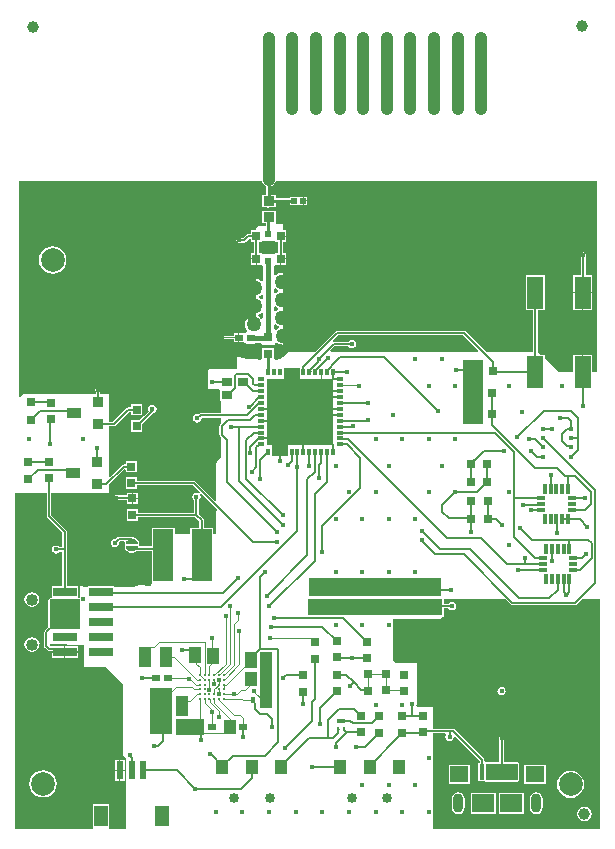
<source format=gbr>
%TF.GenerationSoftware,Altium Limited,Altium Designer,20.2.4 (192)*%
G04 Layer_Physical_Order=1*
G04 Layer_Color=255*
%FSLAX26Y26*%
%MOIN*%
%TF.SameCoordinates,E8949934-62E6-4346-A9B8-0D5D28CF3135*%
%TF.FilePolarity,Positive*%
%TF.FileFunction,Copper,L1,Top,Signal*%
%TF.Part,Single*%
G01*
G75*
%TA.AperFunction,Conductor*%
%ADD10C,0.006000*%
%TA.AperFunction,SMDPad,CuDef*%
%ADD11C,0.039370*%
%ADD12R,0.030000X0.030000*%
%ADD13R,0.025000X0.020000*%
%TA.AperFunction,BGAPad,CuDef*%
%ADD14C,0.008268*%
%TA.AperFunction,SMDPad,CuDef*%
%ADD15R,0.017126X0.020000*%
%TA.AperFunction,BGAPad,CuDef*%
%ADD16R,0.015748X0.015748*%
%TA.AperFunction,SMDPad,CuDef*%
%ADD17R,0.030000X0.030000*%
%ADD18R,0.023622X0.061024*%
%ADD19R,0.047244X0.070866*%
%ADD20R,0.039370X0.047244*%
%TA.AperFunction,ConnectorPad*%
%ADD21R,0.079921X0.029921*%
%TA.AperFunction,SMDPad,CuDef*%
%ADD22R,0.039370X0.070866*%
%ADD23R,0.068898X0.177165*%
%ADD24C,0.007874*%
%ADD25R,0.031496X0.031496*%
%ADD26R,0.035433X0.031496*%
%ADD27R,0.055118X0.108268*%
%ADD28R,0.054724X0.108268*%
%ADD29R,0.011811X0.036417*%
%ADD30R,0.031496X0.011811*%
%ADD31R,0.027559X0.015748*%
%ADD32R,0.009842X0.015748*%
%ADD33R,0.220472X0.220472*%
%ADD34R,0.011811X0.021654*%
%ADD35R,0.021654X0.011811*%
%ADD36R,0.050000X0.036000*%
%ADD37R,0.036000X0.036000*%
%ADD38R,0.019291X0.020472*%
%TA.AperFunction,ConnectorPad*%
%ADD39R,0.015748X0.053150*%
%ADD40R,0.074803X0.061024*%
%ADD41R,0.062992X0.055118*%
%TA.AperFunction,SMDPad,CuDef*%
%ADD42R,0.029528X0.031496*%
%ADD43R,0.019685X0.022835*%
%ADD44R,0.037402X0.033465*%
%TA.AperFunction,Conductor*%
%ADD45C,0.003543*%
%ADD46C,0.007874*%
%ADD47C,0.004000*%
%ADD48C,0.039370*%
%ADD49C,0.010000*%
%ADD50C,0.017529*%
%ADD51C,0.005000*%
%TA.AperFunction,NonConductor*%
%ADD52C,0.003543*%
%ADD53C,0.005000*%
%TA.AperFunction,Conductor*%
%ADD54R,0.043000X0.050000*%
%ADD55R,0.055118X0.049213*%
%ADD56R,0.052165X0.045276*%
%ADD57R,0.101378X0.098425*%
%ADD58R,0.447835X0.056102*%
%ADD59R,0.443898X0.062008*%
%ADD60R,0.070866X0.213583*%
%ADD61R,0.105315X0.058071*%
%ADD62R,0.074000X0.156000*%
%ADD63R,0.039000X0.186000*%
%ADD64R,0.044000X0.055000*%
%ADD65R,0.096000X0.056000*%
%ADD66R,0.043000X0.058000*%
%ADD67R,0.041000X0.057000*%
%TA.AperFunction,ComponentPad*%
%ADD68C,0.033465*%
%ADD69C,0.040157*%
%TA.AperFunction,ViaPad*%
%ADD70C,0.078740*%
%TA.AperFunction,ComponentPad*%
%ADD71O,0.035433X0.062992*%
%TA.AperFunction,ViaPad*%
%ADD72C,0.017716*%
%ADD73C,0.015748*%
%ADD74C,0.014961*%
%ADD75C,0.050000*%
G36*
X1947834Y2168307D02*
X1949803Y2167492D01*
Y1531496D01*
X1933134D01*
Y1587661D01*
X1903575D01*
Y1529528D01*
X1899575D01*
Y1587661D01*
X1870016D01*
Y1531496D01*
X1819882D01*
X1775457Y1575921D01*
Y1587661D01*
X1763717D01*
X1752953Y1598425D01*
X1751721D01*
Y1737142D01*
X1775653D01*
Y1853409D01*
X1712535D01*
Y1737142D01*
X1736468D01*
Y1598425D01*
X1579361D01*
X1511393Y1666393D01*
X1508919Y1668046D01*
X1506000Y1668627D01*
X1505999Y1668627D01*
X1083654D01*
X1083653Y1668627D01*
X1080735Y1668046D01*
X1078261Y1666393D01*
X1078260Y1666393D01*
X1010293Y1598425D01*
X918848D01*
X918297Y1597393D01*
X910774Y1588226D01*
X901607Y1580703D01*
X891149Y1575113D01*
X879801Y1571671D01*
X876739Y1571369D01*
X872000Y1575927D01*
Y1610000D01*
X834000D01*
Y1575927D01*
X829261Y1571369D01*
X826199Y1571671D01*
X814851Y1575113D01*
X814662Y1575214D01*
X807500Y1574509D01*
X782500D01*
X770699Y1575671D01*
X759351Y1579113D01*
X749016Y1584638D01*
Y1540354D01*
X657728D01*
X657481Y1540354D01*
X656496Y1541339D01*
X653543Y1538386D01*
X653543Y1537220D01*
Y1474722D01*
X689501Y1474970D01*
X693724Y1469999D01*
Y1433599D01*
X696850D01*
Y1394172D01*
X627545D01*
X624626Y1393591D01*
X622152Y1391938D01*
X622152Y1391938D01*
X619789Y1389575D01*
X617000Y1390130D01*
X611593Y1389054D01*
X607009Y1385991D01*
X603946Y1381407D01*
X602870Y1376000D01*
X603946Y1370593D01*
X607009Y1366009D01*
X611593Y1362946D01*
X617000Y1361870D01*
X622407Y1362946D01*
X626991Y1366009D01*
X630054Y1370593D01*
X631130Y1376000D01*
X635647Y1378918D01*
X696850D01*
Y1359636D01*
X692607Y1355393D01*
X690954Y1352919D01*
X690373Y1350000D01*
X690373Y1349999D01*
Y1322001D01*
X690373Y1322000D01*
X690954Y1319081D01*
X692607Y1316607D01*
X696850Y1312364D01*
Y1246280D01*
X680994Y1230424D01*
X679726Y1227362D01*
Y1103593D01*
X675106Y1101680D01*
X611393Y1165393D01*
X608919Y1167046D01*
X606000Y1167627D01*
X606000Y1167627D01*
X416000D01*
Y1179000D01*
X378000D01*
Y1141000D01*
X416000D01*
Y1152373D01*
X602841D01*
X624649Y1130565D01*
X621461Y1126682D01*
X619407Y1128054D01*
X614000Y1129130D01*
X608593Y1128054D01*
X604009Y1124991D01*
X600946Y1120407D01*
X599870Y1115000D01*
X600946Y1109593D01*
X604009Y1105009D01*
X606373Y1103429D01*
Y1061627D01*
X419000D01*
Y1073000D01*
X381000D01*
Y1035000D01*
X419000D01*
Y1046373D01*
X610841D01*
X623350Y1033864D01*
Y1011583D01*
X592528D01*
Y992126D01*
X541472D01*
Y1011583D01*
X464575D01*
Y992126D01*
Y949327D01*
X423579D01*
X420971Y953566D01*
X422087Y956770D01*
X422786Y958770D01*
X422710Y960128D01*
X422836Y961481D01*
X421600Y965469D01*
X421229Y965915D01*
X421133Y966487D01*
X418868Y970100D01*
X418483Y970374D01*
X418308Y970814D01*
X416667Y972507D01*
X416334Y973004D01*
X415908Y973289D01*
X415108Y974114D01*
X414590Y974338D01*
X414258Y974794D01*
X408858Y978094D01*
X408673Y978123D01*
X408381Y978318D01*
X408190Y978357D01*
X408056Y978477D01*
X405256Y979477D01*
X404548Y979442D01*
X404446Y979487D01*
X404393Y979567D01*
X401919Y981220D01*
X399000Y981801D01*
X355174D01*
X352255Y981220D01*
X349781Y979567D01*
X344789Y974575D01*
X342000Y975130D01*
X336593Y974054D01*
X332009Y970991D01*
X328946Y966407D01*
X327870Y961000D01*
X328946Y955593D01*
X332009Y951009D01*
X336593Y947946D01*
X342000Y946870D01*
X347407Y947946D01*
X351991Y951009D01*
X355054Y955593D01*
X356130Y961000D01*
X355813Y962591D01*
X359288Y966547D01*
X371418D01*
X375050Y961547D01*
X374982Y961338D01*
X375034Y960674D01*
X374771Y960063D01*
X375160Y959085D01*
X375242Y958034D01*
X375388Y957910D01*
X377156Y954800D01*
X375913Y951230D01*
X375214Y949230D01*
X375290Y947872D01*
X375164Y946519D01*
X376400Y942531D01*
X376771Y942085D01*
X376867Y941513D01*
X379132Y937900D01*
X379517Y937626D01*
X379692Y937186D01*
X381334Y935493D01*
X381666Y934996D01*
X382092Y934711D01*
X382892Y933886D01*
X383410Y933662D01*
X383742Y933206D01*
X389142Y929906D01*
X389327Y929877D01*
X389619Y929682D01*
X389810Y929643D01*
X389944Y929523D01*
X392744Y928523D01*
X393452Y928558D01*
X394101Y928271D01*
X397048Y928204D01*
X399000Y927816D01*
X400547Y928123D01*
X402800Y928072D01*
X403446Y928322D01*
X404134Y928250D01*
X407834Y929350D01*
X408197Y929645D01*
X408381Y929682D01*
X408438Y929720D01*
X408799Y929771D01*
X412699Y932071D01*
X412980Y932444D01*
X413419Y932603D01*
X415030Y934073D01*
X464575D01*
Y826417D01*
X461614Y824803D01*
Y821656D01*
X457894Y818316D01*
X425197Y821850D01*
X401575Y812992D01*
X339039D01*
Y815961D01*
X251118D01*
Y812992D01*
X239173D01*
X230315Y821850D01*
X226378Y817913D01*
Y779263D01*
X223961Y778092D01*
X218961Y781074D01*
Y815961D01*
X182627D01*
Y939000D01*
Y997000D01*
X182627Y997000D01*
X182046Y999919D01*
X180393Y1002393D01*
X130627Y1052159D01*
Y1126968D01*
X319701D01*
X322835Y1123031D01*
Y1156049D01*
X373000Y1206214D01*
X378000Y1204575D01*
Y1196000D01*
X416000D01*
Y1234000D01*
X378000D01*
Y1222627D01*
X371000D01*
X371000Y1222627D01*
X368081Y1222046D01*
X365607Y1220393D01*
X327454Y1182240D01*
X322835Y1184153D01*
Y1349373D01*
X338000D01*
X338000Y1349373D01*
X340919Y1349954D01*
X343393Y1351607D01*
X389159Y1397373D01*
X396000D01*
Y1386000D01*
X429080D01*
X433143Y1386000D01*
X436072Y1381858D01*
X423214Y1369000D01*
X396000D01*
Y1331000D01*
X434000D01*
Y1358214D01*
X469067Y1393282D01*
X472407Y1393946D01*
X476991Y1397009D01*
X480054Y1401593D01*
X481130Y1407000D01*
X480054Y1412407D01*
X476991Y1416991D01*
X472407Y1420054D01*
X467000Y1421130D01*
X461593Y1420054D01*
X457009Y1416991D01*
X453946Y1412407D01*
X452870Y1407000D01*
X453946Y1401593D01*
X454691Y1400477D01*
X438142Y1383928D01*
X434000Y1386857D01*
X434000Y1390645D01*
Y1424000D01*
X396000D01*
Y1412627D01*
X386000D01*
X386000Y1412627D01*
X383082Y1412046D01*
X380607Y1410393D01*
X380607Y1410393D01*
X334841Y1364627D01*
X322835D01*
Y1458661D01*
X293627D01*
Y1468921D01*
X293046Y1471840D01*
X291393Y1474314D01*
X291393Y1474314D01*
X289842Y1475865D01*
X287367Y1477519D01*
X284449Y1478099D01*
X281530Y1477519D01*
X279056Y1475865D01*
X277403Y1473391D01*
X276822Y1470472D01*
X277403Y1467554D01*
X278373Y1466101D01*
Y1458661D01*
X36417D01*
X26273Y1448517D01*
X21654Y1450430D01*
Y2168307D01*
X832051D01*
X833119Y2162937D01*
X838253Y2155253D01*
X845937Y2150119D01*
X846289Y2150049D01*
Y2121307D01*
X832299D01*
Y2079843D01*
X850851D01*
X853196Y2077482D01*
X855539Y2079843D01*
X877701D01*
Y2092289D01*
X924410D01*
Y2086764D01*
X951299D01*
X951701Y2086764D01*
X956299D01*
X956701Y2086764D01*
X967945D01*
Y2101000D01*
Y2115236D01*
X956701D01*
X956299Y2115236D01*
X951701D01*
X951299Y2115236D01*
X924410D01*
Y2109711D01*
X877701D01*
Y2121307D01*
X863711D01*
Y2150049D01*
X864063Y2150119D01*
X871747Y2155253D01*
X876881Y2162937D01*
X877949Y2168307D01*
X1947834D01*
D02*
G37*
G36*
X1553169Y1603045D02*
X1551256Y1598425D01*
X1062744D01*
X1060831Y1603045D01*
X1074159Y1616373D01*
X1120429D01*
X1122009Y1614009D01*
X1126593Y1610946D01*
X1132000Y1609870D01*
X1137407Y1610946D01*
X1141991Y1614009D01*
X1145054Y1618593D01*
X1146130Y1624000D01*
X1145054Y1629407D01*
X1141991Y1633991D01*
X1137407Y1637054D01*
X1132000Y1638130D01*
X1126593Y1637054D01*
X1122009Y1633991D01*
X1120429Y1631627D01*
X1072137D01*
X1070417Y1634360D01*
X1069957Y1636517D01*
X1086813Y1653373D01*
X1502841D01*
X1553169Y1603045D01*
D02*
G37*
G36*
X681825Y1073389D02*
X681804Y1070220D01*
X680994Y1067688D01*
X680664Y1066892D01*
X680055Y1066283D01*
Y1065422D01*
X679726Y1064626D01*
Y992126D01*
X669425D01*
Y1011583D01*
X638603D01*
Y1037023D01*
X638603Y1037024D01*
X638023Y1039942D01*
X636369Y1042417D01*
X636369Y1042417D01*
X621627Y1057159D01*
Y1103429D01*
X623991Y1105009D01*
X627054Y1109593D01*
X628130Y1115000D01*
X627054Y1120407D01*
X625682Y1122461D01*
X629565Y1125649D01*
X681825Y1073389D01*
D02*
G37*
G36*
X403800Y975400D02*
X406600Y974400D01*
X412000Y971100D01*
X415200Y967800D01*
X417465Y964187D01*
X418700Y960200D01*
X418000Y958200D01*
X415929Y957022D01*
X381992D01*
X379100Y960000D01*
X380614Y964660D01*
X382300Y967200D01*
X385200Y970100D01*
X387500Y972200D01*
X391400Y974500D01*
X395100Y975600D01*
X403800Y975400D01*
D02*
G37*
G36*
X115373Y1049001D02*
X115373Y1049000D01*
X115954Y1046081D01*
X117607Y1043607D01*
X167373Y993841D01*
Y946627D01*
X158571D01*
X156991Y948991D01*
X152407Y952054D01*
X147000Y953130D01*
X141593Y952054D01*
X137009Y948991D01*
X133946Y944407D01*
X132870Y939000D01*
X133946Y933593D01*
X137009Y929009D01*
X141593Y925946D01*
X147000Y924870D01*
X152407Y925946D01*
X156991Y929009D01*
X158571Y931373D01*
X167373D01*
Y815961D01*
X131039D01*
Y778039D01*
X126891Y775983D01*
X125000D01*
X121939Y774715D01*
X120670Y771654D01*
Y679685D01*
X114214Y673228D01*
X114173D01*
Y673188D01*
X108780Y667795D01*
X107127Y665320D01*
X106546Y662402D01*
X106546Y662401D01*
Y627000D01*
X95448D01*
X91419D01*
X88279Y628193D01*
X87642Y631395D01*
X82320Y639360D01*
X74356Y644682D01*
X64961Y646550D01*
X55566Y644682D01*
X47601Y639360D01*
X42279Y631395D01*
X40410Y622000D01*
X42279Y612605D01*
X47601Y604640D01*
X55566Y599318D01*
X64961Y597450D01*
X74356Y599318D01*
X82320Y604640D01*
X87642Y612605D01*
X89511Y622000D01*
X89363Y622744D01*
X92608Y626548D01*
X106546Y626020D01*
X106546Y617000D01*
X106546Y617000D01*
X107127Y614081D01*
X108780Y611607D01*
X117757Y602631D01*
X120231Y600977D01*
X123150Y600397D01*
X123150Y600397D01*
X131039D01*
Y599000D01*
X173000D01*
Y615961D01*
X131040D01*
Y615961D01*
X128388Y615939D01*
X124179Y620149D01*
X124185Y620780D01*
X128785Y625176D01*
X237205Y621063D01*
X238189Y620079D01*
Y547244D01*
X312008D01*
X368110Y491142D01*
Y252953D01*
X379921Y241142D01*
Y8028D01*
X327025D01*
X323260Y11008D01*
X323260Y13028D01*
Y89874D01*
X268016D01*
Y13028D01*
X268016Y11008D01*
X264250Y8028D01*
X8028D01*
Y673228D01*
Y1126968D01*
X115373D01*
Y1049001D01*
D02*
G37*
G36*
X418900Y948000D02*
X417386Y943340D01*
X415700Y940800D01*
X412800Y937900D01*
X410500Y935800D01*
X406600Y933500D01*
X402900Y932400D01*
X394200Y932600D01*
X391400Y933600D01*
X386000Y936900D01*
X382800Y940200D01*
X380535Y943813D01*
X379300Y947800D01*
X380000Y949800D01*
X382071Y950978D01*
X416008D01*
X418900Y948000D01*
D02*
G37*
G36*
X1960476Y8028D02*
X1403543D01*
Y326153D01*
X1443054D01*
X1445726Y321153D01*
X1444623Y319502D01*
X1443547Y314094D01*
X1444623Y308687D01*
X1447686Y304103D01*
X1452270Y301040D01*
X1457677Y299965D01*
X1463084Y301040D01*
X1467668Y304103D01*
X1470731Y308687D01*
X1471807Y314094D01*
X1471806Y314101D01*
X1476414Y316564D01*
X1557948Y235030D01*
Y228890D01*
X1553700D01*
Y167740D01*
X1575053D01*
X1575679Y166230D01*
X1578740Y164962D01*
X1684055D01*
X1687117Y166230D01*
X1688385Y169291D01*
Y227362D01*
X1687117Y230424D01*
X1684055Y231692D01*
X1638532D01*
Y311024D01*
X1637952Y313942D01*
X1636299Y316417D01*
X1633824Y318070D01*
X1630906Y318650D01*
X1627987Y318070D01*
X1625513Y316417D01*
X1623859Y313942D01*
X1623279Y311024D01*
Y231692D01*
X1578740D01*
X1578201Y231469D01*
X1573201Y234479D01*
Y238189D01*
X1572621Y241108D01*
X1570967Y243582D01*
X1570967Y243582D01*
X1475377Y339173D01*
X1472902Y340826D01*
X1469984Y341406D01*
X1469983Y341406D01*
X1403543D01*
Y415354D01*
X1352362D01*
X1346457Y421260D01*
X1348425Y423228D01*
Y560039D01*
X1279527D01*
X1270669Y568898D01*
Y707677D01*
X1426181D01*
X1432678Y714174D01*
X1434055D01*
X1437117Y715442D01*
X1438385Y718504D01*
Y742373D01*
X1453980D01*
X1455560Y740009D01*
X1460144Y736946D01*
X1465551Y735870D01*
X1470958Y736946D01*
X1475542Y740009D01*
X1478605Y744593D01*
X1479681Y750000D01*
X1478605Y755407D01*
X1475542Y759991D01*
X1470958Y763054D01*
X1465551Y764130D01*
X1460144Y763054D01*
X1455560Y759991D01*
X1453980Y757627D01*
X1438385D01*
Y774606D01*
X1643608D01*
X1661607Y756607D01*
X1664081Y754954D01*
X1667000Y754373D01*
X1667001Y754373D01*
X1876999D01*
X1877000Y754373D01*
X1879919Y754954D01*
X1882393Y756607D01*
X1900392Y774606D01*
X1960476D01*
Y8028D01*
D02*
G37*
%LPC*%
G36*
X971945Y2115236D02*
Y2103000D01*
X983591D01*
Y2115236D01*
X971945D01*
D02*
G37*
G36*
X983591Y2099000D02*
X971945D01*
Y2086764D01*
X983591D01*
Y2099000D01*
D02*
G37*
G36*
X877701Y2068157D02*
X832299D01*
Y2026693D01*
X845289D01*
Y2018882D01*
X820063D01*
X811024Y2009842D01*
Y2002819D01*
X794882D01*
Y1990698D01*
X786363D01*
X786362Y1990698D01*
X783444Y1990117D01*
X780969Y1988464D01*
X769999Y1977493D01*
X754608D01*
X751690Y1976913D01*
X749215Y1975260D01*
X747562Y1972785D01*
X746982Y1969867D01*
X747562Y1966948D01*
X749215Y1964474D01*
X751690Y1962820D01*
X754608Y1962240D01*
X773158D01*
X773158Y1962240D01*
X776077Y1962820D01*
X778551Y1964474D01*
X789521Y1975444D01*
X794882D01*
Y1963323D01*
X806019D01*
Y1952148D01*
Y1928016D01*
X794882D01*
Y1910268D01*
X813646D01*
Y1908268D01*
X815646D01*
Y1888520D01*
X832409D01*
X835029Y1884605D01*
X835072Y1884541D01*
Y1834047D01*
X830072Y1832421D01*
X824891Y1836396D01*
X817593Y1839419D01*
X811024Y1840284D01*
Y1708661D01*
X782386D01*
X779907Y1705431D01*
X776884Y1698134D01*
X775853Y1690302D01*
X776884Y1682470D01*
X779907Y1675173D01*
X783882Y1669992D01*
X782879Y1666361D01*
X781788Y1664850D01*
X778676Y1664231D01*
X775435Y1662065D01*
X775308Y1661877D01*
X771500Y1659000D01*
X757000D01*
Y1645000D01*
Y1631000D01*
X771500D01*
X775308Y1628123D01*
X775435Y1627935D01*
X778676Y1625769D01*
X782500Y1625008D01*
X807500D01*
X811324Y1625769D01*
X812526Y1626572D01*
X829173D01*
X830935Y1623935D01*
X834176Y1621769D01*
X838000Y1621008D01*
X868000D01*
X871824Y1621769D01*
X875065Y1623935D01*
X877231Y1627176D01*
X877397Y1628009D01*
X879329Y1629011D01*
X882820Y1629645D01*
X888173Y1625538D01*
X895470Y1622515D01*
X903302Y1621484D01*
X903543Y1621516D01*
Y1861089D01*
X898238Y1861788D01*
X890407Y1860757D01*
X883109Y1857734D01*
X877928Y1853759D01*
X872928Y1855385D01*
Y1884541D01*
X872971Y1884605D01*
X875591Y1888520D01*
X892354D01*
Y1908268D01*
X894354D01*
Y1910268D01*
X913118D01*
Y1928016D01*
X901981D01*
Y1952148D01*
X903543Y1952887D01*
Y1963323D01*
X913118D01*
Y1981071D01*
X894354D01*
Y1985071D01*
X913118D01*
Y2002819D01*
X903543D01*
Y2023622D01*
X881429D01*
X877701Y2026693D01*
Y2068157D01*
D02*
G37*
G36*
X913118Y1906268D02*
X896354D01*
Y1888520D01*
X913118D01*
Y1906268D01*
D02*
G37*
G36*
X811646D02*
X794882D01*
Y1888520D01*
X811646D01*
Y1906268D01*
D02*
G37*
G36*
X135000Y1949730D02*
X123164Y1948172D01*
X112135Y1943603D01*
X102664Y1936336D01*
X95397Y1926865D01*
X90828Y1915836D01*
X89270Y1904000D01*
X90828Y1892164D01*
X95397Y1881135D01*
X102664Y1871664D01*
X112135Y1864397D01*
X123164Y1859828D01*
X135000Y1858270D01*
X146836Y1859828D01*
X157865Y1864397D01*
X167336Y1871664D01*
X174603Y1881135D01*
X179172Y1892164D01*
X180730Y1904000D01*
X179172Y1915836D01*
X174603Y1926865D01*
X167336Y1936336D01*
X157865Y1943603D01*
X146836Y1948172D01*
X135000Y1949730D01*
D02*
G37*
G36*
X1904000Y1929627D02*
X1901081Y1929046D01*
X1898607Y1927393D01*
X1896954Y1924919D01*
X1896373Y1922000D01*
Y1853409D01*
X1870016D01*
Y1797276D01*
X1901575D01*
X1933134D01*
Y1853409D01*
X1911627D01*
Y1922000D01*
X1911046Y1924919D01*
X1909393Y1927393D01*
X1906919Y1929046D01*
X1904000Y1929627D01*
D02*
G37*
G36*
X1933134Y1793276D02*
X1903575D01*
Y1737142D01*
X1933134D01*
Y1793276D01*
D02*
G37*
G36*
X1899575D02*
X1870016D01*
Y1737142D01*
X1899575D01*
Y1793276D01*
D02*
G37*
G36*
X752257Y1708662D02*
X748893Y1705297D01*
X748893Y1705297D01*
X748893Y1705297D01*
X755188Y1708661D01*
X752571D01*
X752257Y1708662D01*
D02*
G37*
G36*
X753000Y1659000D02*
X738500D01*
Y1652000D01*
X699000D01*
X694757Y1650243D01*
X693000Y1646000D01*
X694757Y1641757D01*
X699000Y1640000D01*
X738500D01*
Y1631000D01*
X753000D01*
Y1645000D01*
Y1659000D01*
D02*
G37*
G36*
X419000Y1128000D02*
X402000D01*
Y1111000D01*
X419000D01*
Y1128000D01*
D02*
G37*
G36*
Y1107000D02*
X402000D01*
Y1090000D01*
X419000D01*
Y1107000D01*
D02*
G37*
G36*
X398000Y1128000D02*
X381000D01*
Y1119627D01*
X345000D01*
X342081Y1119046D01*
X339607Y1117393D01*
X337954Y1114919D01*
X337373Y1112000D01*
X337954Y1109081D01*
X339607Y1106607D01*
X342081Y1104954D01*
X345000Y1104373D01*
X381000D01*
Y1090000D01*
X398000D01*
Y1109000D01*
Y1128000D01*
D02*
G37*
%LPD*%
G36*
X875591Y1963323D02*
X886727D01*
Y1928016D01*
X875591D01*
Y1924016D01*
X832409D01*
Y1928016D01*
X821273D01*
Y1963323D01*
X832409D01*
Y1967323D01*
X875591D01*
Y1963323D01*
D02*
G37*
G36*
X883109Y1805324D02*
X885738Y1804235D01*
Y1798823D01*
X883109Y1797734D01*
X877928Y1793759D01*
X872928Y1795385D01*
Y1807672D01*
X877928Y1809299D01*
X883109Y1805324D01*
D02*
G37*
G36*
X835072Y1786334D02*
Y1774047D01*
X830072Y1772421D01*
X824891Y1776396D01*
X822262Y1777485D01*
Y1782897D01*
X824891Y1783986D01*
X830072Y1787961D01*
X835072Y1786334D01*
D02*
G37*
G36*
X883109Y1745324D02*
X885738Y1744235D01*
Y1738823D01*
X883109Y1737734D01*
X877928Y1733759D01*
X872928Y1735385D01*
Y1747672D01*
X877928Y1749299D01*
X883109Y1745324D01*
D02*
G37*
G36*
X835072Y1726334D02*
Y1710055D01*
X830072Y1708358D01*
X827509Y1711698D01*
X821242Y1716507D01*
X820572Y1716785D01*
Y1722197D01*
X824891Y1723986D01*
X830072Y1727961D01*
X835072Y1726334D01*
D02*
G37*
G36*
X883109Y1685324D02*
X888011Y1683293D01*
X888173Y1677948D01*
X881906Y1673139D01*
X879652Y1670202D01*
X877880Y1669377D01*
X872928Y1672523D01*
Y1687672D01*
X877928Y1689299D01*
X883109Y1685324D01*
D02*
G37*
%LPC*%
G36*
X64961Y796550D02*
X55566Y794682D01*
X47601Y789360D01*
X42279Y781395D01*
X40410Y772000D01*
X42279Y762605D01*
X47601Y754640D01*
X55566Y749318D01*
X64961Y747450D01*
X74356Y749318D01*
X82320Y754640D01*
X87642Y762605D01*
X89511Y772000D01*
X87642Y781395D01*
X82320Y789360D01*
X74356Y794682D01*
X64961Y796550D01*
D02*
G37*
G36*
X218961Y615961D02*
X177000D01*
Y599000D01*
X218961D01*
Y615961D01*
D02*
G37*
G36*
Y595000D02*
X177000D01*
Y578039D01*
X218961D01*
Y595000D01*
D02*
G37*
G36*
X173000D02*
X131039D01*
Y578039D01*
X173000D01*
Y595000D01*
D02*
G37*
G36*
X374441Y237512D02*
X360630D01*
Y205000D01*
X374441D01*
Y237512D01*
D02*
G37*
G36*
X356630D02*
X342819D01*
Y205000D01*
X356630D01*
Y237512D01*
D02*
G37*
G36*
X374441Y201000D02*
X360630D01*
Y168488D01*
X374441D01*
Y201000D01*
D02*
G37*
G36*
X356630D02*
X342819D01*
Y168488D01*
X356630D01*
Y201000D01*
D02*
G37*
G36*
X103000Y203730D02*
X91164Y202172D01*
X80135Y197603D01*
X70664Y190336D01*
X63397Y180865D01*
X58828Y169836D01*
X57270Y158000D01*
X58828Y146164D01*
X63397Y135135D01*
X70664Y125664D01*
X80135Y118397D01*
X91164Y113828D01*
X103000Y112270D01*
X114836Y113828D01*
X125865Y118397D01*
X135336Y125664D01*
X142603Y135135D01*
X147172Y146164D01*
X148730Y158000D01*
X147172Y169836D01*
X142603Y180865D01*
X135336Y190336D01*
X125865Y197603D01*
X114836Y202172D01*
X103000Y203730D01*
D02*
G37*
G36*
X1630906Y480665D02*
X1625498Y479590D01*
X1620914Y476527D01*
X1617851Y471943D01*
X1616776Y466536D01*
X1617851Y461128D01*
X1620914Y456544D01*
X1625498Y453481D01*
X1630906Y452406D01*
X1636313Y453481D01*
X1640897Y456544D01*
X1643960Y461128D01*
X1645035Y466536D01*
X1643960Y471943D01*
X1640897Y476527D01*
X1636313Y479590D01*
X1630906Y480665D01*
D02*
G37*
G36*
X1778236Y221015D02*
X1707244D01*
Y157897D01*
X1778236D01*
Y221015D01*
D02*
G37*
G36*
X1526267D02*
X1455275D01*
Y157897D01*
X1526267D01*
Y221015D01*
D02*
G37*
G36*
X1861000Y201730D02*
X1849164Y200172D01*
X1838135Y195603D01*
X1828664Y188336D01*
X1821397Y178865D01*
X1816828Y167836D01*
X1815270Y156000D01*
X1816828Y144164D01*
X1821397Y133135D01*
X1828664Y123664D01*
X1838135Y116397D01*
X1849164Y111828D01*
X1861000Y110270D01*
X1872836Y111828D01*
X1883865Y116397D01*
X1893336Y123664D01*
X1900603Y133135D01*
X1905172Y144164D01*
X1906730Y156000D01*
X1905172Y167836D01*
X1900603Y178865D01*
X1893336Y188336D01*
X1883865Y195603D01*
X1872836Y200172D01*
X1861000Y201730D01*
D02*
G37*
G36*
X1705401Y127512D02*
X1622599D01*
Y58488D01*
X1705401D01*
Y127512D01*
D02*
G37*
G36*
X1610912D02*
X1528110D01*
Y58488D01*
X1610912D01*
Y127512D01*
D02*
G37*
G36*
X1746677Y128922D02*
X1738203Y127236D01*
X1731020Y122436D01*
X1726220Y115253D01*
X1724535Y106779D01*
Y79221D01*
X1726220Y70747D01*
X1731020Y63564D01*
X1738203Y58764D01*
X1746677Y57078D01*
X1755150Y58764D01*
X1762334Y63564D01*
X1767133Y70747D01*
X1768819Y79221D01*
Y106779D01*
X1767133Y115253D01*
X1762334Y122436D01*
X1755150Y127236D01*
X1746677Y128922D01*
D02*
G37*
G36*
X1486834D02*
X1478361Y127236D01*
X1471177Y122436D01*
X1466378Y115253D01*
X1464692Y106779D01*
Y79221D01*
X1466378Y70747D01*
X1471177Y63564D01*
X1478361Y58764D01*
X1486834Y57078D01*
X1495308Y58764D01*
X1502491Y63564D01*
X1507291Y70747D01*
X1508976Y79221D01*
Y106779D01*
X1507291Y115253D01*
X1502491Y122436D01*
X1495308Y127236D01*
X1486834Y128922D01*
D02*
G37*
G36*
X1907480Y81693D02*
X1898239Y79855D01*
X1890404Y74620D01*
X1885169Y66785D01*
X1883331Y57544D01*
X1885169Y48303D01*
X1890404Y40468D01*
X1898239Y35233D01*
X1907480Y33395D01*
X1916722Y35233D01*
X1924556Y40468D01*
X1929791Y48303D01*
X1931629Y57544D01*
X1929791Y66785D01*
X1924556Y74620D01*
X1916722Y79855D01*
X1907480Y81693D01*
D02*
G37*
%LPD*%
D10*
X414390Y964000D02*
G03*
X414298Y964169I-15390J-8330D01*
G01*
X383702D02*
G03*
X383610Y964000I15298J-8499D01*
G01*
D02*
G03*
X382050Y960022I15390J-8330D01*
G01*
X415950D02*
G03*
X414390Y964000I-16950J-4352D01*
G01*
X387661Y939000D02*
G03*
X393140Y935840I11339J13330D01*
G01*
X385098Y941700D02*
G03*
X387661Y939000I13902J10630D01*
G01*
X393140Y935840D02*
G03*
X412902Y941700I5860J16490D01*
G01*
D02*
G03*
X415950Y947978I-13902J10630D01*
G01*
X382050D02*
G03*
X385098Y941700I16950J4352D01*
G01*
X414298Y964169D02*
G03*
X399000Y973170I-15298J-8499D01*
G01*
D02*
G03*
X383702Y964169I0J-17500D01*
G01*
X385098Y941700D02*
X399000D01*
X480324D02*
X503024Y919000D01*
D11*
X69882Y2681102D02*
D03*
X1899606Y2685039D02*
D03*
X1907480Y57544D02*
D03*
D12*
X1306102Y466654D02*
D03*
Y521654D02*
D03*
X1185000Y468000D02*
D03*
X1245000Y469000D02*
D03*
Y524000D02*
D03*
X1185000Y523000D02*
D03*
X1082677Y520669D02*
D03*
X1086614Y807087D02*
D03*
Y752087D02*
D03*
X1023622Y807087D02*
D03*
Y752087D02*
D03*
X1369094Y384842D02*
D03*
Y329842D02*
D03*
X1298228Y383740D02*
D03*
Y328740D02*
D03*
X1082020Y634010D02*
D03*
X400000Y1109000D02*
D03*
Y1054000D02*
D03*
X1223000Y328000D02*
D03*
Y383000D02*
D03*
X1161000Y329000D02*
D03*
Y384000D02*
D03*
X1082677Y465669D02*
D03*
X1009000Y575000D02*
D03*
Y630000D02*
D03*
X968990Y465000D02*
D03*
Y520000D02*
D03*
X1182000Y632000D02*
D03*
Y577000D02*
D03*
X1149606Y807087D02*
D03*
Y752087D02*
D03*
X1212598Y807087D02*
D03*
Y752087D02*
D03*
X1275591Y807087D02*
D03*
Y752087D02*
D03*
X1337000Y807000D02*
D03*
Y752000D02*
D03*
X1397000Y806000D02*
D03*
Y751000D02*
D03*
X124000Y1176000D02*
D03*
Y1231000D02*
D03*
X415000Y1405000D02*
D03*
Y1350000D02*
D03*
X397000Y1215000D02*
D03*
Y1160000D02*
D03*
X128000Y1428000D02*
D03*
Y1373000D02*
D03*
X853000Y1646000D02*
D03*
Y1591000D02*
D03*
D13*
X665354Y346457D02*
D03*
X520000Y509000D02*
D03*
X755000Y1645000D02*
D03*
X795000D02*
D03*
X663905Y586000D02*
D03*
X612095D02*
D03*
X480000Y509000D02*
D03*
X768346Y346457D02*
D03*
D14*
X641575Y440787D02*
D03*
X625827Y488031D02*
D03*
X704567Y456536D02*
D03*
X688819D02*
D03*
X673071D02*
D03*
X704567Y440787D02*
D03*
X688819D02*
D03*
X673071D02*
D03*
X657323D02*
D03*
X625827D02*
D03*
X657323Y456536D02*
D03*
X641575D02*
D03*
X625827D02*
D03*
X704567Y472284D02*
D03*
X688819D02*
D03*
X641575D02*
D03*
X625827D02*
D03*
X704567Y488031D02*
D03*
X688819D02*
D03*
X641575D02*
D03*
X704567Y503780D02*
D03*
X688819D02*
D03*
X673071D02*
D03*
X657323D02*
D03*
X641575D02*
D03*
X625827D02*
D03*
X704567Y519528D02*
D03*
X688819D02*
D03*
X673071D02*
D03*
X657323D02*
D03*
X641575D02*
D03*
X625827D02*
D03*
D15*
X802520Y507874D02*
D03*
X835276Y570866D02*
D03*
X803150D02*
D03*
X834646Y507874D02*
D03*
X833638Y436000D02*
D03*
X801512D02*
D03*
X559055Y346457D02*
D03*
X526929D02*
D03*
X629291D02*
D03*
X732284D02*
D03*
D16*
X1768756Y1342244D02*
D03*
X1863244Y1247756D02*
D03*
Y1279252D02*
D03*
Y1310748D02*
D03*
Y1342244D02*
D03*
X1768756Y1310748D02*
D03*
Y1279252D02*
D03*
Y1247756D02*
D03*
D17*
X1082020Y579010D02*
D03*
X1529646Y1099409D02*
D03*
X1584646D02*
D03*
X1528583Y1164292D02*
D03*
X1583583D02*
D03*
X1583661Y1225394D02*
D03*
X1528661D02*
D03*
X1599000Y1391000D02*
D03*
X1544000D02*
D03*
X1598693Y1461370D02*
D03*
X1543693D02*
D03*
X1547244Y1535433D02*
D03*
X1602244D02*
D03*
X1585630Y1041339D02*
D03*
X1530630D02*
D03*
D18*
X437370Y203000D02*
D03*
X358630D02*
D03*
X398000D02*
D03*
D19*
X295638Y50441D02*
D03*
X500362D02*
D03*
D20*
X1289480Y214362D02*
D03*
X1191055D02*
D03*
X1092630D02*
D03*
X700575D02*
D03*
X799000D02*
D03*
X897425D02*
D03*
D21*
X175000Y597000D02*
D03*
Y697000D02*
D03*
Y747000D02*
D03*
Y797000D02*
D03*
X295079Y597000D02*
D03*
Y647000D02*
D03*
Y697000D02*
D03*
Y747000D02*
D03*
Y797000D02*
D03*
X175000Y647000D02*
D03*
D22*
X512496Y581000D02*
D03*
X441630D02*
D03*
X494134Y418226D02*
D03*
X565000D02*
D03*
D23*
X630976Y919000D02*
D03*
X503024D02*
D03*
D24*
X399000Y941700D02*
D03*
Y966300D02*
D03*
D25*
X62992Y1431102D02*
D03*
Y1372047D02*
D03*
X54000Y1231528D02*
D03*
Y1172472D02*
D03*
D26*
X715441Y1453347D02*
D03*
X770559Y1496653D02*
D03*
X715441D02*
D03*
D27*
X1901575Y1795276D02*
D03*
X1744094D02*
D03*
X1901575Y1529528D02*
D03*
D28*
X1744094D02*
D03*
D29*
X1853370Y1140689D02*
D03*
X1833685D02*
D03*
X1814000D02*
D03*
X1794315D02*
D03*
X1774630D02*
D03*
Y1039311D02*
D03*
X1794315D02*
D03*
X1814000D02*
D03*
X1833685D02*
D03*
X1853370D02*
D03*
X1857370Y840311D02*
D03*
X1837685D02*
D03*
X1818000D02*
D03*
X1798315D02*
D03*
X1778630D02*
D03*
Y941689D02*
D03*
X1798315D02*
D03*
X1818000D02*
D03*
X1837685D02*
D03*
X1857370D02*
D03*
D30*
X1763803Y1109685D02*
D03*
Y1090000D02*
D03*
Y1070315D02*
D03*
X1864197D02*
D03*
Y1090000D02*
D03*
Y1109685D02*
D03*
X1868197Y910685D02*
D03*
Y891000D02*
D03*
Y871315D02*
D03*
X1767803D02*
D03*
Y891000D02*
D03*
Y910685D02*
D03*
D31*
X1096000Y368000D02*
D03*
D32*
X1087142Y340441D02*
D03*
X1104858D02*
D03*
D33*
X960630Y1397638D02*
D03*
D34*
X1068898Y1264764D02*
D03*
X970472D02*
D03*
X950787D02*
D03*
X931102D02*
D03*
X911417D02*
D03*
X891732D02*
D03*
X872047D02*
D03*
X990158D02*
D03*
X1009842D02*
D03*
X1029527D02*
D03*
X1049213D02*
D03*
X852362D02*
D03*
X1049213Y1530512D02*
D03*
X970472D02*
D03*
X891732D02*
D03*
X1029527D02*
D03*
X1009842D02*
D03*
X990158D02*
D03*
X911417D02*
D03*
X931102D02*
D03*
X950787D02*
D03*
X872047D02*
D03*
X852362D02*
D03*
X1068898D02*
D03*
D35*
X1093504Y1309055D02*
D03*
Y1387795D02*
D03*
Y1466535D02*
D03*
Y1328740D02*
D03*
Y1348425D02*
D03*
Y1368110D02*
D03*
Y1446850D02*
D03*
Y1427165D02*
D03*
Y1407480D02*
D03*
Y1486220D02*
D03*
Y1505906D02*
D03*
Y1289370D02*
D03*
X827756Y1309055D02*
D03*
Y1387795D02*
D03*
Y1466535D02*
D03*
Y1328740D02*
D03*
Y1348425D02*
D03*
Y1368110D02*
D03*
Y1446850D02*
D03*
Y1427165D02*
D03*
Y1407480D02*
D03*
Y1486220D02*
D03*
Y1505906D02*
D03*
Y1289370D02*
D03*
D36*
X206000Y1395000D02*
D03*
X203000Y1195000D02*
D03*
D37*
X286000Y1432000D02*
D03*
Y1357000D02*
D03*
X283000Y1157000D02*
D03*
Y1232000D02*
D03*
D38*
X969945Y2101000D02*
D03*
X938055D02*
D03*
D39*
X1616755Y198315D02*
D03*
X1591165D02*
D03*
X1565574D02*
D03*
X1642346D02*
D03*
X1667937D02*
D03*
D40*
X1569511Y93000D02*
D03*
X1664000D02*
D03*
D41*
X1742740Y189456D02*
D03*
X1490771D02*
D03*
D42*
X813646Y1983071D02*
D03*
X894354D02*
D03*
Y1908268D02*
D03*
X813646D02*
D03*
D43*
X854000Y1991339D02*
D03*
Y1900000D02*
D03*
D44*
X855000Y2047425D02*
D03*
Y2100575D02*
D03*
D45*
X723265Y403000D02*
X723266D01*
X740266Y386000D02*
X759924D01*
X723266Y403000D02*
X740266Y386000D01*
X657323Y471677D02*
Y503780D01*
X688819Y456536D02*
Y472284D01*
X704780Y503992D02*
X757000Y556213D01*
Y667000D01*
X995772Y643228D02*
X1009000Y630000D01*
X859772Y643228D02*
X995772D01*
X859000Y644000D02*
X859772Y643228D01*
X673071Y489331D02*
Y503780D01*
X688819Y488031D02*
Y503780D01*
X673071Y456536D02*
Y472284D01*
X688819Y488031D01*
X625827Y519528D02*
X641575Y503780D01*
X704567Y456536D02*
X704724Y456693D01*
X799000Y492551D02*
Y507457D01*
X763000Y469000D02*
X775449D01*
X799000Y492551D01*
X798583Y507874D02*
X799000Y507457D01*
X704724Y456693D02*
X750693D01*
X763000Y469000D01*
X641732Y428268D02*
Y438712D01*
X587000Y509000D02*
X589000Y507000D01*
X520000Y509000D02*
X587000D01*
X592841Y507000D02*
X611841Y488000D01*
X622682D01*
X589000Y507000D02*
X592841D01*
X641732Y428268D02*
X665000Y405000D01*
X665354Y346457D02*
X666000Y347102D01*
X663000Y350102D02*
X666000Y347102D01*
X665000Y397000D02*
Y405000D01*
Y352102D02*
Y397000D01*
X663000Y350102D02*
X665000Y352102D01*
X673228Y426772D02*
X728346Y371654D01*
Y346457D02*
Y371654D01*
X673228Y426772D02*
Y440945D01*
X396299Y204701D02*
X398000Y203000D01*
X546045Y480315D02*
X598685D01*
X530283Y464552D02*
X546045Y480315D01*
X598685D02*
X606559Y472441D01*
X625984D01*
X704724Y440945D02*
X704882Y440788D01*
X796713Y565855D02*
Y570866D01*
X753000Y705000D02*
Y728000D01*
X727000Y557709D02*
Y752000D01*
X688819Y519528D02*
X727000Y557709D01*
X673071Y519528D02*
X711000Y557457D01*
Y716000D01*
X688976Y440945D02*
X689723Y440199D01*
Y436543D02*
X723265Y403000D01*
X625827Y519843D02*
X625984Y519685D01*
X625827Y440787D02*
X625827Y440788D01*
X625827Y346929D02*
Y440787D01*
X641602Y561437D02*
Y628924D01*
Y561437D02*
X641732Y561307D01*
X488000Y631000D02*
X639527D01*
X641602Y628924D01*
X797575Y436000D02*
X800075D01*
X808303Y427772D01*
X825331Y1346000D02*
X827756Y1348425D01*
X738000Y552961D02*
Y690000D01*
X753000Y705000D01*
X1009842Y1530512D02*
Y1535433D01*
X1019032Y1575032D02*
X1021968D01*
X990158Y1530512D02*
X994291Y1534646D01*
X706957Y488189D02*
X714073D01*
X788484Y562601D02*
Y562638D01*
X714073Y488189D02*
X788484Y562601D01*
Y562638D02*
X791347Y565501D01*
X796358D01*
X796713Y565855D01*
X689723Y436543D02*
Y440199D01*
X704780Y503780D02*
Y503992D01*
X704567Y503780D02*
X704780D01*
X704567Y519528D02*
X738000Y552961D01*
X689000Y381000D02*
Y400000D01*
X657661Y431339D02*
X689000Y400000D01*
X657323Y440787D02*
X657661Y440449D01*
Y431339D02*
Y440449D01*
X637000Y327000D02*
X709000D01*
X704567Y472284D02*
Y488031D01*
X657323Y519528D02*
X657480Y519685D01*
X839213Y570866D02*
Y576240D01*
X512496Y581000D02*
X539026D01*
X615932Y504094D02*
X625827D01*
X625984Y503937D01*
X539026Y581000D02*
X615932Y504094D01*
X494630Y428000D02*
X519630D01*
X530283Y438653D01*
Y464552D01*
X625827Y456536D02*
X625984Y456693D01*
X615747Y456536D02*
X625827D01*
X593211Y434000D02*
X615747Y456536D01*
X566496Y434000D02*
X593211D01*
X625354Y346457D02*
X625827Y346929D01*
X614000Y582000D02*
X618000Y586000D01*
X614000Y558000D02*
Y582000D01*
X625827Y519843D02*
Y546173D01*
X614000Y558000D02*
X625827Y546173D01*
X666000Y582693D02*
X669921Y586614D01*
X666000Y559000D02*
Y582693D01*
X657480Y519685D02*
Y550480D01*
X666000Y559000D01*
X441630Y581000D02*
Y596748D01*
X459543Y614661D01*
X471661D01*
X488000Y631000D01*
X641732Y519685D02*
Y561307D01*
X768346Y346457D02*
X769000Y347110D01*
Y376924D01*
X759924Y386000D02*
X769000Y376924D01*
X796713Y570866D02*
X799213D01*
X769000Y436000D02*
X797575D01*
X704882Y440788D02*
X764212D01*
X769000Y436000D01*
X669921Y586614D02*
X670000Y586535D01*
D46*
X769000Y313000D02*
Y345803D01*
X768346Y346457D02*
X769000Y345803D01*
X1009000Y442000D02*
Y575000D01*
X998000Y431000D02*
X1009000Y442000D01*
X998000Y366000D02*
Y431000D01*
X908000Y276000D02*
X998000Y366000D01*
X628000Y303000D02*
Y333000D01*
X567000Y605000D02*
X596000D01*
X1477000Y1130000D02*
X1549291D01*
X1583661Y1164370D01*
X1068898Y1530512D02*
X1114173D01*
X1115158Y1529528D01*
X1068898Y1505906D02*
Y1530512D01*
X970472Y1387795D02*
X1093504D01*
X1029527Y1466535D02*
X1093504D01*
X1068898Y1505906D02*
X1093504D01*
X1113189Y520669D02*
X1137795Y496063D01*
X1124262Y484252D02*
X1125984D01*
X1137795Y496063D01*
X1082677Y520669D02*
X1113189D01*
X1162402Y471457D02*
X1181543D01*
X1185000Y468000D01*
X1137795Y496063D02*
X1162402Y471457D01*
X283465Y1241409D02*
Y1278543D01*
X279528Y1237472D02*
X283465Y1241409D01*
X1068898Y1264764D02*
Y1289370D01*
X970472Y1264764D02*
Y1387795D01*
Y1407480D02*
X1093504D01*
X1009842Y1446850D02*
X1093504D01*
X392000Y250337D02*
X398000Y244337D01*
X392000Y250337D02*
Y253000D01*
X398000Y203000D02*
Y244337D01*
X286000Y1432000D02*
Y1468921D01*
X284449Y1470472D02*
X286000Y1468921D01*
X827756Y1309055D02*
X872047D01*
X279528Y1237472D02*
X284000Y1233000D01*
X891732Y1252953D02*
X892716Y1251969D01*
Y1232284D02*
Y1251969D01*
X1831693Y1301181D02*
X1850081Y1282793D01*
X1848822Y1339963D02*
X1860963D01*
X1831693Y1301181D02*
Y1322835D01*
X1860963Y1339963D02*
X1863244Y1342244D01*
X1831693Y1322835D02*
X1848822Y1339963D01*
X1859704Y1282793D02*
X1863244Y1279252D01*
X1850081Y1282793D02*
X1859704D01*
X1027000Y409992D02*
X1082677Y465669D01*
X1027000Y358000D02*
Y409992D01*
X114173Y662402D02*
X141732Y689961D01*
X114173Y617000D02*
Y662402D01*
Y617000D02*
X123150Y608024D01*
X163976D02*
X175000Y597000D01*
X123150Y608024D02*
X163976D01*
X1457677Y314094D02*
Y333780D01*
X1365157Y328740D02*
X1366575Y327323D01*
X1469984Y333780D02*
X1565574Y238189D01*
X1457677Y333780D02*
X1469984D01*
X1397000Y751000D02*
X1398000Y750000D01*
X1465551D01*
X1413504Y805000D02*
X1464000D01*
X1009842Y1535433D02*
X1053150Y1578740D01*
X1021968Y1575032D02*
X1022032D01*
X990158Y1530512D02*
Y1535433D01*
X1020117Y1565392D01*
Y1573266D01*
X1021850Y1575000D01*
X1022000D01*
X970663Y1548009D02*
X1083653Y1661000D01*
X1506000D01*
X970472Y1530512D02*
X970663Y1530702D01*
Y1548009D01*
X1455370Y1042630D02*
X1529646D01*
Y1099409D01*
Y1042323D02*
Y1042630D01*
Y1042323D02*
X1530630Y1041339D01*
X1585630D02*
Y1098425D01*
X1584646Y1099409D02*
X1585630Y1098425D01*
X1583661Y1164370D02*
Y1225394D01*
X1574102Y1268000D02*
X1639000D01*
X1528661Y1225394D02*
X1539724Y1236457D01*
X1542559D01*
X1574102Y1268000D01*
X1528661Y1164370D02*
Y1225394D01*
X1528583Y1164292D02*
X1528661Y1164370D01*
X1612441Y1041339D02*
X1633571Y1020209D01*
X1333110Y383740D02*
X1367992D01*
X1298228D02*
X1333110D01*
Y422677D01*
X1367992Y383740D02*
X1369094Y384842D01*
X1079724Y279528D02*
Y295276D01*
X1113347Y328898D01*
Y329000D01*
X1082020Y579010D02*
X1084258Y576772D01*
X1132874D01*
X1181772D02*
X1182000Y577000D01*
X1132874Y576772D02*
X1181772D01*
X1144685Y279528D02*
X1145669Y280512D01*
X1175512D01*
X1223000Y328000D01*
X998236Y214362D02*
X1092630D01*
X1191055D02*
X1193701Y217008D01*
X1126500Y368000D02*
X1135248Y359252D01*
X1199252D02*
X1223000Y383000D01*
X1135248Y359252D02*
X1199252D01*
X1096000Y368000D02*
X1126500D01*
X1052165Y310039D02*
X1067913D01*
X989165D02*
X1052165D01*
X1138000Y407000D02*
X1161000Y384000D01*
X1088102Y407000D02*
X1138000D01*
X1052165Y371063D02*
X1088102Y407000D01*
X1052165Y310039D02*
Y371063D01*
X1104858Y337488D02*
Y340441D01*
Y337488D02*
X1113347Y329000D01*
Y329000D02*
Y329000D01*
Y329000D02*
X1161000D01*
X504000Y301000D02*
Y343000D01*
X471457Y284449D02*
X487449D01*
X504000Y301000D01*
X1630906Y219488D02*
Y311024D01*
X1373032Y333780D02*
X1457677D01*
X1369094Y329842D02*
X1373032Y333780D01*
X1298228Y328740D02*
X1365157D01*
X1191055Y218299D02*
X1287165Y314409D01*
Y317677D01*
X1298228Y328740D01*
X1086614Y339913D02*
X1087142Y340441D01*
X1086614Y328740D02*
Y339913D01*
X1067913Y310039D02*
X1086614Y328740D01*
X897425Y218299D02*
X989165Y310039D01*
X897425Y214362D02*
Y218299D01*
X659032Y255905D02*
X660915Y254022D01*
X664852D01*
X700575Y218299D01*
Y214362D02*
Y218299D01*
X734244Y251969D01*
X842709D01*
X887000Y296260D01*
X609000Y142000D02*
X610252Y140748D01*
X763779D01*
X799000Y175969D01*
Y214362D01*
X548000Y203000D02*
X609000Y142000D01*
X437370Y203000D02*
X548000D01*
X1103370Y710630D02*
X1182000Y632000D01*
X874016Y710630D02*
X1103370D01*
X1033943Y682087D02*
X1082020Y634010D01*
X863189Y682087D02*
X1033943D01*
X1815945Y995079D02*
Y1037366D01*
X1814000Y1039311D02*
X1815945Y1037366D01*
X1857370Y971457D02*
X1918543D01*
X1931000Y959000D01*
X1692000Y1011000D02*
X1731543Y971457D01*
X1857370D01*
Y941689D02*
Y971457D01*
X1864854Y1110342D02*
X1910342D01*
X780811Y1175189D02*
Y1304095D01*
X805456Y1328740D01*
X827756D01*
X780811Y1175189D02*
X902000Y1054000D01*
X698000Y1322000D02*
Y1350000D01*
Y1322000D02*
X717000Y1303000D01*
X698000Y1350000D02*
X718000Y1370000D01*
X791000D01*
X808795Y1387795D01*
X827756D01*
X1031000Y1016000D02*
X1160000Y1145000D01*
X1031000Y931000D02*
Y1016000D01*
X1427000Y940000D02*
X1526000D01*
X1365000Y1002000D02*
X1427000Y940000D01*
X1701000Y1087000D02*
X1760803D01*
X1763803Y1090000D01*
X147000Y939000D02*
X175000D01*
Y997000D01*
Y797000D02*
Y939000D01*
X127000Y1291000D02*
Y1372000D01*
X123000Y1175000D02*
X124000Y1176000D01*
X123000Y1049000D02*
Y1175000D01*
Y1049000D02*
X175000Y997000D01*
X295079Y747000D02*
X295126Y747047D01*
X697047D01*
X295079Y797000D02*
X297079Y795000D01*
X703000D01*
X789309Y214362D02*
X799000D01*
X1892315Y871315D02*
X1931000Y910000D01*
Y959000D01*
X1868197Y871315D02*
X1892315D01*
X1942000Y827000D02*
Y1137504D01*
X1877000Y762000D02*
X1942000Y827000D01*
X1768756Y1310748D02*
X1942000Y1137504D01*
X1798315Y899685D02*
Y941689D01*
X717000Y1163000D02*
X883000Y997000D01*
X717000Y1163000D02*
Y1303000D01*
X606000Y1160000D02*
X802000Y964000D01*
X880976D01*
X697047Y747047D02*
X950000Y1000000D01*
Y1214000D01*
X397000Y1160000D02*
X606000D01*
X755000Y1167000D02*
Y1346000D01*
X617000Y1376000D02*
X627545Y1386545D01*
X782214D01*
X822835Y1427165D01*
X827756Y1407480D02*
X950787D01*
X827756Y1368110D02*
X931102D01*
X1672000Y980000D02*
Y1109685D01*
Y980000D02*
X1741315Y910685D01*
X786362Y1983071D02*
X813646D01*
X773158Y1969867D02*
X786362Y1983071D01*
X754608Y1969867D02*
X773158D01*
X894354Y1908268D02*
Y1983071D01*
X813646Y1908268D02*
Y1983071D01*
X1742008Y1306000D02*
X1768756Y1279252D01*
X1724000Y1306000D02*
X1742008D01*
X1749244Y1247756D02*
X1768756D01*
X1728220Y1268780D02*
X1749244Y1247756D01*
X1875000Y1184000D02*
X1928000Y1131000D01*
X1864197Y1070315D02*
X1908315D01*
X1928000Y1090000D02*
Y1131000D01*
X1908315Y1070315D02*
X1928000Y1090000D01*
X1853500Y1184000D02*
X1875000D01*
X1853370Y1039311D02*
X1892689D01*
X1917000Y1015000D01*
X1833685Y1039311D02*
X1853370D01*
X1868197Y910685D02*
X1899685D01*
X1914000Y925000D01*
X790984Y1415000D02*
X822835Y1446850D01*
X755000Y1346000D02*
X825331D01*
X931102Y1233102D02*
Y1264764D01*
X918000Y1220000D02*
X931102Y1233102D01*
X989579Y1216579D02*
Y1264185D01*
X984000Y1173000D02*
X1009842Y1198842D01*
X848000Y784000D02*
X984000Y920000D01*
X1009842Y1198842D02*
Y1264764D01*
X984000Y920000D02*
Y1173000D01*
X1049213Y1164213D02*
Y1264764D01*
X1010000Y1125000D02*
X1049213Y1164213D01*
X1022000Y1177000D02*
Y1220000D01*
X1029527Y1227527D01*
X1010000Y902000D02*
Y1125000D01*
X1092032Y1579371D02*
X1238629D01*
X1049213Y1530512D02*
X1051181Y1532480D01*
Y1537402D02*
X1077504Y1563725D01*
Y1564843D01*
X1092032Y1579371D01*
X1051181Y1532480D02*
Y1537402D01*
X1238629Y1579371D02*
X1418500Y1399500D01*
X794000Y1280220D02*
X822835Y1309055D01*
X794000Y1260000D02*
Y1280220D01*
X798000Y1198000D02*
X812778Y1212778D01*
Y1279313D01*
X820866Y1287402D01*
X825787D01*
X827756Y1289370D01*
X1837685Y797698D02*
X1847000Y788383D01*
X1837685Y797698D02*
Y840311D01*
X1852000Y1377000D02*
X1863244Y1365756D01*
X1826000Y1377000D02*
X1852000D01*
X1863244Y1342244D02*
Y1365756D01*
X1772000Y1401000D02*
X1862000D01*
X1684000Y1313000D02*
X1772000Y1401000D01*
X1887000Y1312756D02*
Y1376000D01*
X1862000Y1401000D02*
X1887000Y1376000D01*
X1902000Y1417000D02*
Y1529102D01*
X1857370Y796643D02*
Y840311D01*
X1849110Y788383D02*
X1857370Y796643D01*
X1667000Y762000D02*
X1877000D01*
X1434000Y1064000D02*
X1455370Y1042630D01*
X1434000Y1087000D02*
X1477000Y1130000D01*
X1434000Y1064000D02*
Y1087000D01*
X1530118Y996709D02*
Y1040827D01*
X1672000Y1109685D02*
Y1264000D01*
X1608000Y1328000D02*
X1672000Y1264000D01*
X666000Y1496000D02*
X714787D01*
X345000Y1112000D02*
X397000D01*
X970000Y425000D02*
Y463990D01*
X887000Y296260D02*
Y602388D01*
X882388Y607000D02*
X887000Y602388D01*
X825000Y607000D02*
X882388D01*
X903000Y509000D02*
X914000Y520000D01*
X968990D01*
X433000Y510000D02*
X479000D01*
X1087142Y340441D02*
X1088126Y339457D01*
X1480000Y1536000D02*
X1546677D01*
X1904000Y1797701D02*
Y1922000D01*
X1029527Y1227527D02*
Y1264764D01*
X950000Y1214000D02*
Y1263976D01*
X857000Y749000D02*
X1010000Y902000D01*
X574000Y839000D02*
X600465D01*
X630976Y869512D02*
Y919000D01*
X600465Y839000D02*
X630976Y869512D01*
X399000Y973170D02*
Y974174D01*
X355174D02*
X399000D01*
X342000Y961000D02*
X355174Y974174D01*
X399000Y966300D02*
Y973170D01*
X826000Y1238402D02*
X852362Y1264764D01*
X826000Y1173000D02*
Y1238402D01*
X412902Y941700D02*
X480324D01*
X399000D02*
X412902D01*
X614000Y1054000D02*
Y1115000D01*
X400000Y1054000D02*
X614000D01*
X630976Y1037024D01*
Y919000D02*
Y1037024D01*
X1565574Y198315D02*
Y238189D01*
X1223000Y328000D02*
X1224000Y327000D01*
X504000Y343000D02*
X511000Y350000D01*
X867000Y346000D02*
Y373000D01*
X849000Y391000D02*
X867000Y373000D01*
X825000Y391000D02*
X849000D01*
X808303Y407697D02*
X825000Y391000D01*
X808303Y407697D02*
Y427772D01*
X825000Y848000D02*
X841362Y864362D01*
X825000Y607000D02*
Y848000D01*
X806000Y588000D02*
X825000Y607000D01*
X800000Y588000D02*
X806000D01*
X795000Y583000D02*
X800000Y588000D01*
X703000Y795000D02*
X752000Y844000D01*
X950000Y1263976D02*
X950787Y1264764D01*
X755000Y1167000D02*
X902000Y1020000D01*
X803000Y1490833D02*
Y1507000D01*
X807612Y1486220D02*
X827756D01*
X803000Y1490833D02*
X807612Y1486220D01*
X787000Y1523000D02*
X803000Y1507000D01*
X746612Y1523000D02*
X787000D01*
X742000Y1477937D02*
Y1518388D01*
X746612Y1523000D01*
X715441Y1453347D02*
X717409D01*
X742000Y1477937D01*
X770559Y1496653D02*
X772528D01*
X802646Y1466535D01*
X827756D01*
X1093504Y1289370D02*
X1114630D01*
X1160000Y1244000D01*
Y1145000D02*
Y1244000D01*
X415000Y1350000D02*
X465117Y1400117D01*
Y1405117D01*
X467000Y1407000D01*
X1136425Y1348425D02*
X1137000Y1349000D01*
X1093504Y1348425D02*
X1136425D01*
X371000Y1215000D02*
X397000D01*
X313000Y1157000D02*
X371000Y1215000D01*
X283000Y1157000D02*
X313000D01*
X194000Y1204000D02*
X203000Y1195000D01*
X85528Y1204000D02*
X194000D01*
X54000Y1172472D02*
X85528Y1204000D01*
X54000Y1231528D02*
X123472D01*
X124000Y1231000D01*
X386000Y1405000D02*
X415000D01*
X338000Y1357000D02*
X386000Y1405000D01*
X286000Y1357000D02*
X338000D01*
X199945Y1401055D02*
X206000Y1395000D01*
X92000Y1401055D02*
X199945D01*
X62992Y1372047D02*
X92000Y1401055D01*
X62992Y1431102D02*
X124898D01*
X128000Y1428000D01*
X1730685Y1070315D02*
X1763803D01*
X1506000Y1661000D02*
X1602244Y1564756D01*
Y1535433D02*
Y1564756D01*
X1608150Y1529528D02*
X1744094D01*
X1602244Y1535433D02*
X1608150Y1529528D01*
X1744094D02*
Y1795276D01*
X1044942Y1597942D02*
Y1597942D01*
X1071000Y1624000D01*
X1132000D01*
X1022032Y1575032D02*
X1044942Y1597942D01*
X1768756Y1342244D02*
X1797756D01*
X1887000Y1271512D02*
Y1312756D01*
X1863244Y1310748D02*
X1884992D01*
X1887000Y1312756D01*
X1133260Y1328740D02*
X1134000Y1328000D01*
X1608000D01*
X1093504Y1328740D02*
X1133260D01*
X1672000Y1109685D02*
X1763803D01*
X1863244Y1247756D02*
X1887000Y1271512D01*
X728000Y1346000D02*
X755000D01*
X1365000Y968000D02*
Y969000D01*
Y968000D02*
X1410000Y923000D01*
X1506000D01*
X1667000Y762000D01*
X1842000Y1184000D02*
X1853500D01*
X1853370Y1140689D02*
Y1183870D01*
X1853500Y1184000D01*
X1599000Y1391000D02*
Y1461063D01*
X1598693Y1461370D02*
X1599000Y1461063D01*
Y1353000D02*
Y1391000D01*
Y1353000D02*
X1742000Y1210000D01*
X1816000D01*
X1842000Y1184000D01*
X1794315Y1140689D02*
Y1185685D01*
X1093504Y1427165D02*
X1093587Y1427083D01*
X1186917D01*
X1187000Y1427000D01*
X1585630Y1041339D02*
X1612441D01*
X1526000Y940000D02*
X1689000Y777000D01*
X1790000D01*
X1818000Y805000D01*
Y840311D01*
X1767646Y871158D02*
X1767803Y871315D01*
X1685158Y871158D02*
X1767646D01*
X1685000Y871000D02*
X1685158Y871158D01*
X1186000Y1368000D02*
X1187000Y1369000D01*
X1170000Y1368000D02*
X1186000D01*
X1169890Y1368110D02*
X1170000Y1368000D01*
X1093504Y1368110D02*
X1169890D01*
X1766803Y890000D02*
X1767803Y891000D01*
X1650000Y890000D02*
X1709000D01*
X1766803D01*
X1564000Y976000D02*
X1650000Y890000D01*
X1709000D02*
Y912000D01*
X1093504Y1309055D02*
X1094559Y1308000D01*
X1118000D01*
X1450000Y976000D01*
X1564000D01*
X1741315Y910685D02*
X1767803D01*
D47*
X960630Y1397638D02*
X970472Y1387795D01*
X1009842Y1446850D02*
X1029527Y1466535D01*
X970472Y1407480D02*
X1009842Y1446850D01*
X960630Y1397638D02*
X970472Y1407480D01*
X1185000Y471457D02*
Y523000D01*
X1245000Y469000D02*
X1304512D01*
X1306102Y470591D01*
X1245000Y469000D02*
Y524000D01*
X1185000Y523000D02*
X1244000D01*
X1245000Y524000D01*
X1185000Y468000D02*
Y471457D01*
X806102Y464972D02*
Y468215D01*
Y464972D02*
X835075Y436000D01*
X970472Y1387795D02*
X1068898Y1289370D01*
X1029527Y1466535D02*
X1068898Y1505906D01*
X1029527Y1466535D02*
Y1530512D01*
X911417Y1446850D02*
X950787Y1407480D01*
X931102Y1368110D02*
X960630Y1397638D01*
X872047Y1309055D02*
X931102Y1368110D01*
X127000Y1372000D02*
X128000Y1373000D01*
X950787Y1407480D02*
X960630Y1397638D01*
X894354Y1983071D02*
Y1984055D01*
X754000Y1646000D02*
X755000Y1645000D01*
X699000Y1646000D02*
X754000D01*
X813646Y1907283D02*
Y1908268D01*
X1864197Y1109685D02*
X1864854Y1110342D01*
X1396000Y752000D02*
X1397000Y751000D01*
X1336913Y752087D02*
X1337000Y752000D01*
X822835Y1446850D02*
X827756D01*
X789000Y1415000D02*
X790984D01*
X822835Y1427165D02*
X827756D01*
X989579Y1264185D02*
X990158Y1264764D01*
X989000Y1216000D02*
X989579Y1216579D01*
X1093504Y1486220D02*
X1094114Y1485610D01*
X1154390D01*
X1155000Y1485000D01*
X822835Y1309055D02*
X827756D01*
X872047Y1259842D02*
Y1264764D01*
X1847000Y788383D02*
X1849110D01*
X1901575Y1529528D02*
X1902000Y1529102D01*
X658000Y586000D02*
X659000D01*
X667000Y594000D01*
Y643000D01*
X175000Y697000D02*
X200000D01*
X175000Y597000D02*
X200000D01*
X212961Y609961D01*
X1530118Y1040827D02*
X1530630Y1041339D01*
X1479000Y1536000D02*
X1480000D01*
X1397000Y806000D02*
X1398000Y805000D01*
X1396000Y807000D02*
X1397000Y806000D01*
X1336913Y807087D02*
X1337000Y807000D01*
X714787Y1496000D02*
X715441Y1496653D01*
X397000Y1112000D02*
X400000Y1109000D01*
X1182000Y632000D02*
X1183000Y633000D01*
X968990Y465000D02*
X970000Y463990D01*
X479000Y510000D02*
X480000Y509000D01*
X835075Y436000D02*
X837575D01*
X1104858Y340441D02*
X1106079Y339221D01*
X1667937Y198315D02*
Y217016D01*
X1546677Y1536000D02*
X1547244Y1535433D01*
X1901575Y1795276D02*
X1904000Y1797701D01*
X283000Y1232000D02*
X284000Y1233000D01*
D48*
X1563661Y2408228D02*
Y2644449D01*
X1484921Y2408228D02*
Y2644449D01*
X1406181Y2408228D02*
Y2644449D01*
X1327441Y2408228D02*
Y2644449D01*
X1248701Y2408228D02*
Y2644449D01*
X1169961Y2408228D02*
Y2644449D01*
X1091220Y2408228D02*
Y2644449D01*
X1012480Y2408228D02*
Y2644449D01*
X933740Y2408228D02*
Y2644449D01*
X855000Y2172000D02*
Y2644441D01*
D49*
Y2100575D02*
Y2172000D01*
Y2100575D02*
X855425Y2101000D01*
X938055D01*
X854000Y1991339D02*
Y2046425D01*
X855000Y2047425D01*
X853000Y1646000D02*
X854000Y1647000D01*
X852362Y1530512D02*
Y1590362D01*
X853000Y1591000D01*
D50*
X852500Y1645500D02*
X853000Y1646000D01*
X795500Y1645500D02*
X852500D01*
X795000Y1645000D02*
X795500Y1645500D01*
X854000Y1647000D02*
Y1900000D01*
D51*
X962799Y2093854D02*
X969945Y2101000D01*
D52*
X641575Y456536D02*
Y456575D01*
D53*
X872047Y1530512D02*
X873327Y1531791D01*
D54*
X795500Y508000D02*
D03*
X724500Y346000D02*
D03*
D55*
X931102Y1519685D02*
D03*
D56*
X892224Y1272638D02*
D03*
D57*
X175689Y722441D02*
D03*
D58*
X1210138Y746555D02*
D03*
D59*
X1208169Y813484D02*
D03*
D60*
X1537401Y1463091D02*
D03*
D61*
X1631398Y198327D02*
D03*
D62*
X497000Y400000D02*
D03*
D63*
X845500Y504000D02*
D03*
D64*
X795000Y571500D02*
D03*
D65*
X594000Y348000D02*
D03*
D66*
X609500Y587000D02*
D03*
D67*
X668500Y585500D02*
D03*
D68*
X1132000Y112000D02*
D03*
X1250110Y112000D02*
D03*
X858055D02*
D03*
X739945Y112000D02*
D03*
D69*
X64961Y622000D02*
D03*
Y772000D02*
D03*
D70*
X135000Y1904000D02*
D03*
X103000Y158000D02*
D03*
X1861000Y156000D02*
D03*
D71*
X1746677Y93000D02*
D03*
X1486834D02*
D03*
D72*
X1465551Y750000D02*
D03*
X1464000Y805000D02*
D03*
X1876536Y2106064D02*
D03*
X1832166Y2017323D02*
D03*
X1876536Y1928583D02*
D03*
X1832166Y1839843D02*
D03*
Y1662362D02*
D03*
Y1484882D02*
D03*
X1876536Y686220D02*
D03*
X1832166Y597480D02*
D03*
X1876536Y508740D02*
D03*
X1832166Y420000D02*
D03*
X1876536Y331260D02*
D03*
X1832166Y242519D02*
D03*
Y65039D02*
D03*
X1787795Y2106064D02*
D03*
X1743425Y2017323D02*
D03*
X1787795Y1928583D02*
D03*
X1743425Y597480D02*
D03*
X1787795Y508740D02*
D03*
X1743425Y420000D02*
D03*
X1787795Y331260D02*
D03*
X1743425Y242519D02*
D03*
X1787795Y153779D02*
D03*
X1699055Y2106064D02*
D03*
X1654685Y2017323D02*
D03*
X1699055Y1928583D02*
D03*
X1654685Y1839843D02*
D03*
Y1662362D02*
D03*
Y1484882D02*
D03*
X1699055Y1396142D02*
D03*
X1654685Y1129921D02*
D03*
Y952441D02*
D03*
Y597480D02*
D03*
X1699055Y508740D02*
D03*
Y331260D02*
D03*
Y153779D02*
D03*
X1610315Y2106064D02*
D03*
X1565945Y2017323D02*
D03*
X1610315Y1928583D02*
D03*
X1565945Y1839843D02*
D03*
X1610315Y1751103D02*
D03*
X1565945Y1662362D02*
D03*
Y597480D02*
D03*
X1610315Y508740D02*
D03*
Y331260D02*
D03*
X1521575Y2106064D02*
D03*
X1477205Y2017323D02*
D03*
X1521575Y1928583D02*
D03*
X1477205Y1839843D02*
D03*
X1521575Y1751103D02*
D03*
X1477205Y1484882D02*
D03*
Y1307402D02*
D03*
Y1129921D02*
D03*
Y597480D02*
D03*
X1521575Y508740D02*
D03*
X1477205Y420000D02*
D03*
X1521575Y331260D02*
D03*
X1477205Y242519D02*
D03*
X1432835Y2106064D02*
D03*
X1388465Y2017323D02*
D03*
X1432835Y1928583D02*
D03*
X1388465Y1839843D02*
D03*
X1432835Y1751103D02*
D03*
Y1573622D02*
D03*
X1388465Y1484882D02*
D03*
Y1307402D02*
D03*
X1432835Y1218661D02*
D03*
X1388465Y1129921D02*
D03*
X1432835Y686220D02*
D03*
X1388465Y597480D02*
D03*
X1432835Y508740D02*
D03*
X1388465Y242519D02*
D03*
X1432835Y153779D02*
D03*
X1388465Y65039D02*
D03*
X1344094Y2106064D02*
D03*
X1299724Y2017323D02*
D03*
X1344094Y1928583D02*
D03*
X1299724Y1839843D02*
D03*
X1344094Y1751103D02*
D03*
Y1573622D02*
D03*
X1299724Y1307402D02*
D03*
X1344094Y1041181D02*
D03*
Y863701D02*
D03*
Y686220D02*
D03*
X1299724Y597480D02*
D03*
Y420000D02*
D03*
X1344094Y153779D02*
D03*
X1299724Y65039D02*
D03*
X1255354Y2106064D02*
D03*
X1210984Y2017323D02*
D03*
X1255354Y1928583D02*
D03*
X1210984Y1839843D02*
D03*
X1255354Y1751103D02*
D03*
X1210984Y1307402D02*
D03*
X1255354Y1218661D02*
D03*
X1210984Y1129921D02*
D03*
X1255354Y1041181D02*
D03*
Y863701D02*
D03*
Y686220D02*
D03*
X1210984Y420000D02*
D03*
X1255354Y153779D02*
D03*
X1210984Y65039D02*
D03*
X1166614Y2106064D02*
D03*
X1122244Y2017323D02*
D03*
X1166614Y1928583D02*
D03*
X1122244Y1839843D02*
D03*
X1166614Y1751103D02*
D03*
X1122244Y1129921D02*
D03*
X1166614Y1041181D02*
D03*
Y863701D02*
D03*
Y686220D02*
D03*
Y153779D02*
D03*
X1122244Y65039D02*
D03*
X1077874Y2106064D02*
D03*
X1033504Y2017323D02*
D03*
X1077874Y1928583D02*
D03*
X1033504Y1839843D02*
D03*
X1077874Y1751103D02*
D03*
Y1218661D02*
D03*
Y1041181D02*
D03*
Y863701D02*
D03*
Y686220D02*
D03*
X1033504Y65039D02*
D03*
X944764Y2017323D02*
D03*
X989134Y1928583D02*
D03*
X944764Y1839843D02*
D03*
X989134Y1751103D02*
D03*
X944764Y65039D02*
D03*
X856023D02*
D03*
X811653Y2106064D02*
D03*
X767283Y2017323D02*
D03*
Y1839843D02*
D03*
Y65039D02*
D03*
X722913Y2106064D02*
D03*
X678543Y2017323D02*
D03*
X722913Y1928583D02*
D03*
X678543Y1839843D02*
D03*
X722913Y1751103D02*
D03*
Y1573622D02*
D03*
X678543Y65039D02*
D03*
X634173Y2106064D02*
D03*
X589803Y2017323D02*
D03*
X634173Y1928583D02*
D03*
X589803Y1839843D02*
D03*
X634173Y1751103D02*
D03*
X589803Y1662362D02*
D03*
X634173Y1573622D02*
D03*
X589803Y1484882D02*
D03*
X634173Y1218661D02*
D03*
X545433Y2106064D02*
D03*
X501062Y2017323D02*
D03*
X545433Y1928583D02*
D03*
X501062Y1839843D02*
D03*
X545433Y1751103D02*
D03*
X501062Y1662362D02*
D03*
X545433Y1573622D02*
D03*
Y1396142D02*
D03*
X501062Y1307402D02*
D03*
X545433Y1218661D02*
D03*
X501062Y1129921D02*
D03*
X456692Y2106064D02*
D03*
X412322Y2017323D02*
D03*
X456692Y1928583D02*
D03*
X412322Y1839843D02*
D03*
X456692Y1751103D02*
D03*
X412322Y1662362D02*
D03*
X456692Y1573622D02*
D03*
X412322Y1484882D02*
D03*
Y1307402D02*
D03*
X456692Y1218661D02*
D03*
X367952Y2106064D02*
D03*
X323582Y2017323D02*
D03*
X367952Y1928583D02*
D03*
X323582Y1839843D02*
D03*
X367952Y1751103D02*
D03*
X323582Y1662362D02*
D03*
X367952Y1573622D02*
D03*
X323582Y1484882D02*
D03*
Y420000D02*
D03*
Y242519D02*
D03*
X367952Y153779D02*
D03*
X279212Y2106064D02*
D03*
X234842Y2017323D02*
D03*
X279212Y1928583D02*
D03*
X234842Y1839843D02*
D03*
X279212Y1751103D02*
D03*
X234842Y1662362D02*
D03*
X279212Y1573622D02*
D03*
X234842Y1484882D02*
D03*
Y1307402D02*
D03*
X279212Y1041181D02*
D03*
X234842Y952441D02*
D03*
X279212Y863701D02*
D03*
X234842Y774961D02*
D03*
X279212Y508740D02*
D03*
X234842Y420000D02*
D03*
X279212Y331260D02*
D03*
X234842Y242519D02*
D03*
X279212Y153779D02*
D03*
X234842Y65039D02*
D03*
X190472Y2106064D02*
D03*
X146102Y2017323D02*
D03*
X190472Y1928583D02*
D03*
X146102Y1839843D02*
D03*
X190472Y1751103D02*
D03*
X146102Y1662362D02*
D03*
X190472Y1573622D02*
D03*
X146102Y1484882D02*
D03*
X190472Y1041181D02*
D03*
Y508740D02*
D03*
X146102Y420000D02*
D03*
X190472Y331260D02*
D03*
X146102Y242519D02*
D03*
X190472Y153779D02*
D03*
X146102Y65039D02*
D03*
X101732Y2106064D02*
D03*
X57361Y2017323D02*
D03*
Y1839843D02*
D03*
X101732Y1751103D02*
D03*
X57361Y1662362D02*
D03*
X101732Y1573622D02*
D03*
X57361Y1484882D02*
D03*
Y1307402D02*
D03*
X101732Y1041181D02*
D03*
X57361Y952441D02*
D03*
X101732Y863701D02*
D03*
Y686220D02*
D03*
Y508740D02*
D03*
X57361Y420000D02*
D03*
X101732Y331260D02*
D03*
X57361Y242519D02*
D03*
Y65039D02*
D03*
X769000Y313000D02*
D03*
X908000Y276000D02*
D03*
X628000Y303000D02*
D03*
X567000Y605000D02*
D03*
X757000Y667000D02*
D03*
X859000Y644000D02*
D03*
X1115158Y1529528D02*
D03*
X739201Y456693D02*
D03*
X1124262Y484252D02*
D03*
X589000Y507000D02*
D03*
X665000Y397000D02*
D03*
X806102Y468215D02*
D03*
X283465Y1278543D02*
D03*
X392000Y253000D02*
D03*
X1630906Y466536D02*
D03*
X284449Y1470472D02*
D03*
X471457Y284449D02*
D03*
X892716Y1232284D02*
D03*
X1053150Y1578740D02*
D03*
X1633571Y1020209D02*
D03*
X1333110Y422677D02*
D03*
X1079724Y279528D02*
D03*
X1132874Y576772D02*
D03*
X1144685Y279528D02*
D03*
X998236Y214362D02*
D03*
X1630906Y311024D02*
D03*
X1457677Y314094D02*
D03*
X659032Y255905D02*
D03*
X874016Y710630D02*
D03*
X863189Y682087D02*
D03*
X1815945Y995079D02*
D03*
X1910342Y1110342D02*
D03*
X902000Y1054000D02*
D03*
X1031000Y931000D02*
D03*
X1365000Y1002000D02*
D03*
X1701000Y1087000D02*
D03*
X753000Y728000D02*
D03*
X727000Y752000D02*
D03*
X711000Y716000D02*
D03*
X1728220Y1268780D02*
D03*
X147000Y939000D02*
D03*
X609000Y142000D02*
D03*
X1798315Y899685D02*
D03*
X883000Y997000D02*
D03*
X880976Y964000D02*
D03*
X754608Y1969867D02*
D03*
X699000Y1646000D02*
D03*
X1027000Y358000D02*
D03*
X1724000Y1306000D02*
D03*
X1917000Y1015000D02*
D03*
X1914000Y925000D02*
D03*
X789000Y1415000D02*
D03*
X728000Y1346000D02*
D03*
X918000Y1220000D02*
D03*
X989000Y1216000D02*
D03*
X1022000Y1177000D02*
D03*
X1155000Y1485000D02*
D03*
X794000Y1260000D02*
D03*
X1826000Y1377000D02*
D03*
X1902000Y1417000D02*
D03*
X1847000Y786000D02*
D03*
X667000Y643000D02*
D03*
X1530118Y996709D02*
D03*
X666000Y1496000D02*
D03*
X345000Y1112000D02*
D03*
X970000Y425000D02*
D03*
X903000Y509000D02*
D03*
X433000Y510000D02*
D03*
X1480000Y1536000D02*
D03*
X1904000Y1922000D02*
D03*
X127000Y1291000D02*
D03*
X950000Y1214000D02*
D03*
X617000Y1376000D02*
D03*
X798000Y1198000D02*
D03*
X848000Y784000D02*
D03*
X574000Y839000D02*
D03*
X342000Y961000D02*
D03*
X857000Y749000D02*
D03*
X826000Y1173000D02*
D03*
X614000Y1115000D02*
D03*
X867000Y346000D02*
D03*
X841362Y864362D02*
D03*
X752000Y844000D02*
D03*
X902000Y1020000D02*
D03*
X467000Y1407000D02*
D03*
X1137000Y1349000D02*
D03*
X1418500Y1399500D02*
D03*
X1730685Y1070315D02*
D03*
X1132000Y1624000D02*
D03*
X1797756Y1342244D02*
D03*
X1639000Y1268000D02*
D03*
X1684000Y1313000D02*
D03*
X1365000Y969000D02*
D03*
X1794315Y1185685D02*
D03*
X1187000Y1427000D02*
D03*
X1692000Y1011000D02*
D03*
X1685000Y871000D02*
D03*
X1187000Y1369000D02*
D03*
X1709000Y912000D02*
D03*
X1022000Y1575000D02*
D03*
X689000Y381000D02*
D03*
D73*
X657323Y471677D02*
D03*
X688819Y456536D02*
D03*
X673071Y489331D02*
D03*
X688819Y503780D02*
D03*
D74*
X1270669Y1387795D02*
D03*
X221457Y520669D02*
D03*
X1563661Y2644449D02*
D03*
Y2408228D02*
D03*
X1484921Y2644449D02*
D03*
Y2408228D02*
D03*
X1406181Y2644449D02*
D03*
Y2408228D02*
D03*
X1327441Y2644449D02*
D03*
Y2408228D02*
D03*
X1248701Y2644449D02*
D03*
Y2408228D02*
D03*
X1169961Y2644449D02*
D03*
Y2408228D02*
D03*
X1091220Y2644449D02*
D03*
Y2408228D02*
D03*
X1012480Y2644449D02*
D03*
Y2408228D02*
D03*
X933740Y2644449D02*
D03*
Y2408228D02*
D03*
X855000Y2644441D02*
D03*
D75*
X809762Y1810191D02*
D03*
Y1750191D02*
D03*
X806112Y1690302D02*
D03*
X903302Y1651743D02*
D03*
X898238Y1711529D02*
D03*
Y1771529D02*
D03*
Y1831529D02*
D03*
%TF.MD5,3442fa3228953a8a53a052b2ec543f20*%
M02*

</source>
